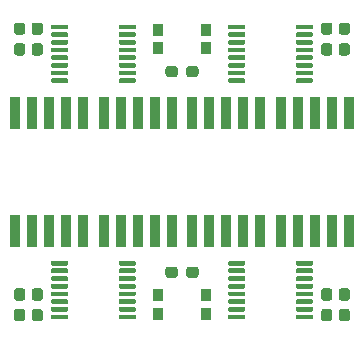
<source format=gbr>
%TF.GenerationSoftware,KiCad,Pcbnew,(5.1.6)-1*%
%TF.CreationDate,2020-09-19T18:08:18+02:00*%
%TF.ProjectId,watch,77617463-682e-46b6-9963-61645f706362,rev?*%
%TF.SameCoordinates,Original*%
%TF.FileFunction,Paste,Top*%
%TF.FilePolarity,Positive*%
%FSLAX46Y46*%
G04 Gerber Fmt 4.6, Leading zero omitted, Abs format (unit mm)*
G04 Created by KiCad (PCBNEW (5.1.6)-1) date 2020-09-19 18:08:18*
%MOMM*%
%LPD*%
G01*
G04 APERTURE LIST*
%ADD10R,0.900000X2.800000*%
%ADD11R,0.900000X1.000000*%
G04 APERTURE END LIST*
%TO.C,R4*%
G36*
G01*
X133043812Y-51952611D02*
X133518812Y-51952611D01*
G75*
G02*
X133756312Y-52190111I0J-237500D01*
G01*
X133756312Y-52765111D01*
G75*
G02*
X133518812Y-53002611I-237500J0D01*
G01*
X133043812Y-53002611D01*
G75*
G02*
X132806312Y-52765111I0J237500D01*
G01*
X132806312Y-52190111D01*
G75*
G02*
X133043812Y-51952611I237500J0D01*
G01*
G37*
G36*
G01*
X133043812Y-50202611D02*
X133518812Y-50202611D01*
G75*
G02*
X133756312Y-50440111I0J-237500D01*
G01*
X133756312Y-51015111D01*
G75*
G02*
X133518812Y-51252611I-237500J0D01*
G01*
X133043812Y-51252611D01*
G75*
G02*
X132806312Y-51015111I0J237500D01*
G01*
X132806312Y-50440111D01*
G75*
G02*
X133043812Y-50202611I237500J0D01*
G01*
G37*
%TD*%
%TO.C,C5*%
G36*
G01*
X134543812Y-51952611D02*
X135018812Y-51952611D01*
G75*
G02*
X135256312Y-52190111I0J-237500D01*
G01*
X135256312Y-52765111D01*
G75*
G02*
X135018812Y-53002611I-237500J0D01*
G01*
X134543812Y-53002611D01*
G75*
G02*
X134306312Y-52765111I0J237500D01*
G01*
X134306312Y-52190111D01*
G75*
G02*
X134543812Y-51952611I237500J0D01*
G01*
G37*
G36*
G01*
X134543812Y-50202611D02*
X135018812Y-50202611D01*
G75*
G02*
X135256312Y-50440111I0J-237500D01*
G01*
X135256312Y-51015111D01*
G75*
G02*
X135018812Y-51252611I-237500J0D01*
G01*
X134543812Y-51252611D01*
G75*
G02*
X134306312Y-51015111I0J237500D01*
G01*
X134306312Y-50440111D01*
G75*
G02*
X134543812Y-50202611I237500J0D01*
G01*
G37*
%TD*%
D10*
%TO.C,U13*%
X155401312Y-57852611D03*
X156841312Y-57852611D03*
X158281312Y-57852611D03*
X159721312Y-57852611D03*
X161161312Y-57852611D03*
X161161312Y-67852611D03*
X159721312Y-67852611D03*
X158281312Y-67852611D03*
X156841312Y-67852611D03*
X155401312Y-67852611D03*
%TD*%
%TO.C,U12*%
G36*
G01*
X156656312Y-50677611D02*
X156656312Y-50477611D01*
G75*
G02*
X156756312Y-50377611I100000J0D01*
G01*
X158031312Y-50377611D01*
G75*
G02*
X158131312Y-50477611I0J-100000D01*
G01*
X158131312Y-50677611D01*
G75*
G02*
X158031312Y-50777611I-100000J0D01*
G01*
X156756312Y-50777611D01*
G75*
G02*
X156656312Y-50677611I0J100000D01*
G01*
G37*
G36*
G01*
X156656312Y-51327611D02*
X156656312Y-51127611D01*
G75*
G02*
X156756312Y-51027611I100000J0D01*
G01*
X158031312Y-51027611D01*
G75*
G02*
X158131312Y-51127611I0J-100000D01*
G01*
X158131312Y-51327611D01*
G75*
G02*
X158031312Y-51427611I-100000J0D01*
G01*
X156756312Y-51427611D01*
G75*
G02*
X156656312Y-51327611I0J100000D01*
G01*
G37*
G36*
G01*
X156656312Y-51977611D02*
X156656312Y-51777611D01*
G75*
G02*
X156756312Y-51677611I100000J0D01*
G01*
X158031312Y-51677611D01*
G75*
G02*
X158131312Y-51777611I0J-100000D01*
G01*
X158131312Y-51977611D01*
G75*
G02*
X158031312Y-52077611I-100000J0D01*
G01*
X156756312Y-52077611D01*
G75*
G02*
X156656312Y-51977611I0J100000D01*
G01*
G37*
G36*
G01*
X156656312Y-52627611D02*
X156656312Y-52427611D01*
G75*
G02*
X156756312Y-52327611I100000J0D01*
G01*
X158031312Y-52327611D01*
G75*
G02*
X158131312Y-52427611I0J-100000D01*
G01*
X158131312Y-52627611D01*
G75*
G02*
X158031312Y-52727611I-100000J0D01*
G01*
X156756312Y-52727611D01*
G75*
G02*
X156656312Y-52627611I0J100000D01*
G01*
G37*
G36*
G01*
X156656312Y-53277611D02*
X156656312Y-53077611D01*
G75*
G02*
X156756312Y-52977611I100000J0D01*
G01*
X158031312Y-52977611D01*
G75*
G02*
X158131312Y-53077611I0J-100000D01*
G01*
X158131312Y-53277611D01*
G75*
G02*
X158031312Y-53377611I-100000J0D01*
G01*
X156756312Y-53377611D01*
G75*
G02*
X156656312Y-53277611I0J100000D01*
G01*
G37*
G36*
G01*
X156656312Y-53927611D02*
X156656312Y-53727611D01*
G75*
G02*
X156756312Y-53627611I100000J0D01*
G01*
X158031312Y-53627611D01*
G75*
G02*
X158131312Y-53727611I0J-100000D01*
G01*
X158131312Y-53927611D01*
G75*
G02*
X158031312Y-54027611I-100000J0D01*
G01*
X156756312Y-54027611D01*
G75*
G02*
X156656312Y-53927611I0J100000D01*
G01*
G37*
G36*
G01*
X156656312Y-54577611D02*
X156656312Y-54377611D01*
G75*
G02*
X156756312Y-54277611I100000J0D01*
G01*
X158031312Y-54277611D01*
G75*
G02*
X158131312Y-54377611I0J-100000D01*
G01*
X158131312Y-54577611D01*
G75*
G02*
X158031312Y-54677611I-100000J0D01*
G01*
X156756312Y-54677611D01*
G75*
G02*
X156656312Y-54577611I0J100000D01*
G01*
G37*
G36*
G01*
X156656312Y-55227611D02*
X156656312Y-55027611D01*
G75*
G02*
X156756312Y-54927611I100000J0D01*
G01*
X158031312Y-54927611D01*
G75*
G02*
X158131312Y-55027611I0J-100000D01*
G01*
X158131312Y-55227611D01*
G75*
G02*
X158031312Y-55327611I-100000J0D01*
G01*
X156756312Y-55327611D01*
G75*
G02*
X156656312Y-55227611I0J100000D01*
G01*
G37*
G36*
G01*
X150931312Y-55227611D02*
X150931312Y-55027611D01*
G75*
G02*
X151031312Y-54927611I100000J0D01*
G01*
X152306312Y-54927611D01*
G75*
G02*
X152406312Y-55027611I0J-100000D01*
G01*
X152406312Y-55227611D01*
G75*
G02*
X152306312Y-55327611I-100000J0D01*
G01*
X151031312Y-55327611D01*
G75*
G02*
X150931312Y-55227611I0J100000D01*
G01*
G37*
G36*
G01*
X150931312Y-54577611D02*
X150931312Y-54377611D01*
G75*
G02*
X151031312Y-54277611I100000J0D01*
G01*
X152306312Y-54277611D01*
G75*
G02*
X152406312Y-54377611I0J-100000D01*
G01*
X152406312Y-54577611D01*
G75*
G02*
X152306312Y-54677611I-100000J0D01*
G01*
X151031312Y-54677611D01*
G75*
G02*
X150931312Y-54577611I0J100000D01*
G01*
G37*
G36*
G01*
X150931312Y-53927611D02*
X150931312Y-53727611D01*
G75*
G02*
X151031312Y-53627611I100000J0D01*
G01*
X152306312Y-53627611D01*
G75*
G02*
X152406312Y-53727611I0J-100000D01*
G01*
X152406312Y-53927611D01*
G75*
G02*
X152306312Y-54027611I-100000J0D01*
G01*
X151031312Y-54027611D01*
G75*
G02*
X150931312Y-53927611I0J100000D01*
G01*
G37*
G36*
G01*
X150931312Y-53277611D02*
X150931312Y-53077611D01*
G75*
G02*
X151031312Y-52977611I100000J0D01*
G01*
X152306312Y-52977611D01*
G75*
G02*
X152406312Y-53077611I0J-100000D01*
G01*
X152406312Y-53277611D01*
G75*
G02*
X152306312Y-53377611I-100000J0D01*
G01*
X151031312Y-53377611D01*
G75*
G02*
X150931312Y-53277611I0J100000D01*
G01*
G37*
G36*
G01*
X150931312Y-52627611D02*
X150931312Y-52427611D01*
G75*
G02*
X151031312Y-52327611I100000J0D01*
G01*
X152306312Y-52327611D01*
G75*
G02*
X152406312Y-52427611I0J-100000D01*
G01*
X152406312Y-52627611D01*
G75*
G02*
X152306312Y-52727611I-100000J0D01*
G01*
X151031312Y-52727611D01*
G75*
G02*
X150931312Y-52627611I0J100000D01*
G01*
G37*
G36*
G01*
X150931312Y-51977611D02*
X150931312Y-51777611D01*
G75*
G02*
X151031312Y-51677611I100000J0D01*
G01*
X152306312Y-51677611D01*
G75*
G02*
X152406312Y-51777611I0J-100000D01*
G01*
X152406312Y-51977611D01*
G75*
G02*
X152306312Y-52077611I-100000J0D01*
G01*
X151031312Y-52077611D01*
G75*
G02*
X150931312Y-51977611I0J100000D01*
G01*
G37*
G36*
G01*
X150931312Y-51327611D02*
X150931312Y-51127611D01*
G75*
G02*
X151031312Y-51027611I100000J0D01*
G01*
X152306312Y-51027611D01*
G75*
G02*
X152406312Y-51127611I0J-100000D01*
G01*
X152406312Y-51327611D01*
G75*
G02*
X152306312Y-51427611I-100000J0D01*
G01*
X151031312Y-51427611D01*
G75*
G02*
X150931312Y-51327611I0J100000D01*
G01*
G37*
G36*
G01*
X150931312Y-50677611D02*
X150931312Y-50477611D01*
G75*
G02*
X151031312Y-50377611I100000J0D01*
G01*
X152306312Y-50377611D01*
G75*
G02*
X152406312Y-50477611I0J-100000D01*
G01*
X152406312Y-50677611D01*
G75*
G02*
X152306312Y-50777611I-100000J0D01*
G01*
X151031312Y-50777611D01*
G75*
G02*
X150931312Y-50677611I0J100000D01*
G01*
G37*
%TD*%
%TO.C,U11*%
X147901312Y-57852611D03*
X149341312Y-57852611D03*
X150781312Y-57852611D03*
X152221312Y-57852611D03*
X153661312Y-57852611D03*
X153661312Y-67852611D03*
X152221312Y-67852611D03*
X150781312Y-67852611D03*
X149341312Y-67852611D03*
X147901312Y-67852611D03*
%TD*%
%TO.C,U10*%
G36*
G01*
X141656312Y-50677611D02*
X141656312Y-50477611D01*
G75*
G02*
X141756312Y-50377611I100000J0D01*
G01*
X143031312Y-50377611D01*
G75*
G02*
X143131312Y-50477611I0J-100000D01*
G01*
X143131312Y-50677611D01*
G75*
G02*
X143031312Y-50777611I-100000J0D01*
G01*
X141756312Y-50777611D01*
G75*
G02*
X141656312Y-50677611I0J100000D01*
G01*
G37*
G36*
G01*
X141656312Y-51327611D02*
X141656312Y-51127611D01*
G75*
G02*
X141756312Y-51027611I100000J0D01*
G01*
X143031312Y-51027611D01*
G75*
G02*
X143131312Y-51127611I0J-100000D01*
G01*
X143131312Y-51327611D01*
G75*
G02*
X143031312Y-51427611I-100000J0D01*
G01*
X141756312Y-51427611D01*
G75*
G02*
X141656312Y-51327611I0J100000D01*
G01*
G37*
G36*
G01*
X141656312Y-51977611D02*
X141656312Y-51777611D01*
G75*
G02*
X141756312Y-51677611I100000J0D01*
G01*
X143031312Y-51677611D01*
G75*
G02*
X143131312Y-51777611I0J-100000D01*
G01*
X143131312Y-51977611D01*
G75*
G02*
X143031312Y-52077611I-100000J0D01*
G01*
X141756312Y-52077611D01*
G75*
G02*
X141656312Y-51977611I0J100000D01*
G01*
G37*
G36*
G01*
X141656312Y-52627611D02*
X141656312Y-52427611D01*
G75*
G02*
X141756312Y-52327611I100000J0D01*
G01*
X143031312Y-52327611D01*
G75*
G02*
X143131312Y-52427611I0J-100000D01*
G01*
X143131312Y-52627611D01*
G75*
G02*
X143031312Y-52727611I-100000J0D01*
G01*
X141756312Y-52727611D01*
G75*
G02*
X141656312Y-52627611I0J100000D01*
G01*
G37*
G36*
G01*
X141656312Y-53277611D02*
X141656312Y-53077611D01*
G75*
G02*
X141756312Y-52977611I100000J0D01*
G01*
X143031312Y-52977611D01*
G75*
G02*
X143131312Y-53077611I0J-100000D01*
G01*
X143131312Y-53277611D01*
G75*
G02*
X143031312Y-53377611I-100000J0D01*
G01*
X141756312Y-53377611D01*
G75*
G02*
X141656312Y-53277611I0J100000D01*
G01*
G37*
G36*
G01*
X141656312Y-53927611D02*
X141656312Y-53727611D01*
G75*
G02*
X141756312Y-53627611I100000J0D01*
G01*
X143031312Y-53627611D01*
G75*
G02*
X143131312Y-53727611I0J-100000D01*
G01*
X143131312Y-53927611D01*
G75*
G02*
X143031312Y-54027611I-100000J0D01*
G01*
X141756312Y-54027611D01*
G75*
G02*
X141656312Y-53927611I0J100000D01*
G01*
G37*
G36*
G01*
X141656312Y-54577611D02*
X141656312Y-54377611D01*
G75*
G02*
X141756312Y-54277611I100000J0D01*
G01*
X143031312Y-54277611D01*
G75*
G02*
X143131312Y-54377611I0J-100000D01*
G01*
X143131312Y-54577611D01*
G75*
G02*
X143031312Y-54677611I-100000J0D01*
G01*
X141756312Y-54677611D01*
G75*
G02*
X141656312Y-54577611I0J100000D01*
G01*
G37*
G36*
G01*
X141656312Y-55227611D02*
X141656312Y-55027611D01*
G75*
G02*
X141756312Y-54927611I100000J0D01*
G01*
X143031312Y-54927611D01*
G75*
G02*
X143131312Y-55027611I0J-100000D01*
G01*
X143131312Y-55227611D01*
G75*
G02*
X143031312Y-55327611I-100000J0D01*
G01*
X141756312Y-55327611D01*
G75*
G02*
X141656312Y-55227611I0J100000D01*
G01*
G37*
G36*
G01*
X135931312Y-55227611D02*
X135931312Y-55027611D01*
G75*
G02*
X136031312Y-54927611I100000J0D01*
G01*
X137306312Y-54927611D01*
G75*
G02*
X137406312Y-55027611I0J-100000D01*
G01*
X137406312Y-55227611D01*
G75*
G02*
X137306312Y-55327611I-100000J0D01*
G01*
X136031312Y-55327611D01*
G75*
G02*
X135931312Y-55227611I0J100000D01*
G01*
G37*
G36*
G01*
X135931312Y-54577611D02*
X135931312Y-54377611D01*
G75*
G02*
X136031312Y-54277611I100000J0D01*
G01*
X137306312Y-54277611D01*
G75*
G02*
X137406312Y-54377611I0J-100000D01*
G01*
X137406312Y-54577611D01*
G75*
G02*
X137306312Y-54677611I-100000J0D01*
G01*
X136031312Y-54677611D01*
G75*
G02*
X135931312Y-54577611I0J100000D01*
G01*
G37*
G36*
G01*
X135931312Y-53927611D02*
X135931312Y-53727611D01*
G75*
G02*
X136031312Y-53627611I100000J0D01*
G01*
X137306312Y-53627611D01*
G75*
G02*
X137406312Y-53727611I0J-100000D01*
G01*
X137406312Y-53927611D01*
G75*
G02*
X137306312Y-54027611I-100000J0D01*
G01*
X136031312Y-54027611D01*
G75*
G02*
X135931312Y-53927611I0J100000D01*
G01*
G37*
G36*
G01*
X135931312Y-53277611D02*
X135931312Y-53077611D01*
G75*
G02*
X136031312Y-52977611I100000J0D01*
G01*
X137306312Y-52977611D01*
G75*
G02*
X137406312Y-53077611I0J-100000D01*
G01*
X137406312Y-53277611D01*
G75*
G02*
X137306312Y-53377611I-100000J0D01*
G01*
X136031312Y-53377611D01*
G75*
G02*
X135931312Y-53277611I0J100000D01*
G01*
G37*
G36*
G01*
X135931312Y-52627611D02*
X135931312Y-52427611D01*
G75*
G02*
X136031312Y-52327611I100000J0D01*
G01*
X137306312Y-52327611D01*
G75*
G02*
X137406312Y-52427611I0J-100000D01*
G01*
X137406312Y-52627611D01*
G75*
G02*
X137306312Y-52727611I-100000J0D01*
G01*
X136031312Y-52727611D01*
G75*
G02*
X135931312Y-52627611I0J100000D01*
G01*
G37*
G36*
G01*
X135931312Y-51977611D02*
X135931312Y-51777611D01*
G75*
G02*
X136031312Y-51677611I100000J0D01*
G01*
X137306312Y-51677611D01*
G75*
G02*
X137406312Y-51777611I0J-100000D01*
G01*
X137406312Y-51977611D01*
G75*
G02*
X137306312Y-52077611I-100000J0D01*
G01*
X136031312Y-52077611D01*
G75*
G02*
X135931312Y-51977611I0J100000D01*
G01*
G37*
G36*
G01*
X135931312Y-51327611D02*
X135931312Y-51127611D01*
G75*
G02*
X136031312Y-51027611I100000J0D01*
G01*
X137306312Y-51027611D01*
G75*
G02*
X137406312Y-51127611I0J-100000D01*
G01*
X137406312Y-51327611D01*
G75*
G02*
X137306312Y-51427611I-100000J0D01*
G01*
X136031312Y-51427611D01*
G75*
G02*
X135931312Y-51327611I0J100000D01*
G01*
G37*
G36*
G01*
X135931312Y-50677611D02*
X135931312Y-50477611D01*
G75*
G02*
X136031312Y-50377611I100000J0D01*
G01*
X137306312Y-50377611D01*
G75*
G02*
X137406312Y-50477611I0J-100000D01*
G01*
X137406312Y-50677611D01*
G75*
G02*
X137306312Y-50777611I-100000J0D01*
G01*
X136031312Y-50777611D01*
G75*
G02*
X135931312Y-50677611I0J100000D01*
G01*
G37*
%TD*%
%TO.C,U4*%
G36*
G01*
X137406312Y-75027611D02*
X137406312Y-75227611D01*
G75*
G02*
X137306312Y-75327611I-100000J0D01*
G01*
X136031312Y-75327611D01*
G75*
G02*
X135931312Y-75227611I0J100000D01*
G01*
X135931312Y-75027611D01*
G75*
G02*
X136031312Y-74927611I100000J0D01*
G01*
X137306312Y-74927611D01*
G75*
G02*
X137406312Y-75027611I0J-100000D01*
G01*
G37*
G36*
G01*
X137406312Y-74377611D02*
X137406312Y-74577611D01*
G75*
G02*
X137306312Y-74677611I-100000J0D01*
G01*
X136031312Y-74677611D01*
G75*
G02*
X135931312Y-74577611I0J100000D01*
G01*
X135931312Y-74377611D01*
G75*
G02*
X136031312Y-74277611I100000J0D01*
G01*
X137306312Y-74277611D01*
G75*
G02*
X137406312Y-74377611I0J-100000D01*
G01*
G37*
G36*
G01*
X137406312Y-73727611D02*
X137406312Y-73927611D01*
G75*
G02*
X137306312Y-74027611I-100000J0D01*
G01*
X136031312Y-74027611D01*
G75*
G02*
X135931312Y-73927611I0J100000D01*
G01*
X135931312Y-73727611D01*
G75*
G02*
X136031312Y-73627611I100000J0D01*
G01*
X137306312Y-73627611D01*
G75*
G02*
X137406312Y-73727611I0J-100000D01*
G01*
G37*
G36*
G01*
X137406312Y-73077611D02*
X137406312Y-73277611D01*
G75*
G02*
X137306312Y-73377611I-100000J0D01*
G01*
X136031312Y-73377611D01*
G75*
G02*
X135931312Y-73277611I0J100000D01*
G01*
X135931312Y-73077611D01*
G75*
G02*
X136031312Y-72977611I100000J0D01*
G01*
X137306312Y-72977611D01*
G75*
G02*
X137406312Y-73077611I0J-100000D01*
G01*
G37*
G36*
G01*
X137406312Y-72427611D02*
X137406312Y-72627611D01*
G75*
G02*
X137306312Y-72727611I-100000J0D01*
G01*
X136031312Y-72727611D01*
G75*
G02*
X135931312Y-72627611I0J100000D01*
G01*
X135931312Y-72427611D01*
G75*
G02*
X136031312Y-72327611I100000J0D01*
G01*
X137306312Y-72327611D01*
G75*
G02*
X137406312Y-72427611I0J-100000D01*
G01*
G37*
G36*
G01*
X137406312Y-71777611D02*
X137406312Y-71977611D01*
G75*
G02*
X137306312Y-72077611I-100000J0D01*
G01*
X136031312Y-72077611D01*
G75*
G02*
X135931312Y-71977611I0J100000D01*
G01*
X135931312Y-71777611D01*
G75*
G02*
X136031312Y-71677611I100000J0D01*
G01*
X137306312Y-71677611D01*
G75*
G02*
X137406312Y-71777611I0J-100000D01*
G01*
G37*
G36*
G01*
X137406312Y-71127611D02*
X137406312Y-71327611D01*
G75*
G02*
X137306312Y-71427611I-100000J0D01*
G01*
X136031312Y-71427611D01*
G75*
G02*
X135931312Y-71327611I0J100000D01*
G01*
X135931312Y-71127611D01*
G75*
G02*
X136031312Y-71027611I100000J0D01*
G01*
X137306312Y-71027611D01*
G75*
G02*
X137406312Y-71127611I0J-100000D01*
G01*
G37*
G36*
G01*
X137406312Y-70477611D02*
X137406312Y-70677611D01*
G75*
G02*
X137306312Y-70777611I-100000J0D01*
G01*
X136031312Y-70777611D01*
G75*
G02*
X135931312Y-70677611I0J100000D01*
G01*
X135931312Y-70477611D01*
G75*
G02*
X136031312Y-70377611I100000J0D01*
G01*
X137306312Y-70377611D01*
G75*
G02*
X137406312Y-70477611I0J-100000D01*
G01*
G37*
G36*
G01*
X143131312Y-70477611D02*
X143131312Y-70677611D01*
G75*
G02*
X143031312Y-70777611I-100000J0D01*
G01*
X141756312Y-70777611D01*
G75*
G02*
X141656312Y-70677611I0J100000D01*
G01*
X141656312Y-70477611D01*
G75*
G02*
X141756312Y-70377611I100000J0D01*
G01*
X143031312Y-70377611D01*
G75*
G02*
X143131312Y-70477611I0J-100000D01*
G01*
G37*
G36*
G01*
X143131312Y-71127611D02*
X143131312Y-71327611D01*
G75*
G02*
X143031312Y-71427611I-100000J0D01*
G01*
X141756312Y-71427611D01*
G75*
G02*
X141656312Y-71327611I0J100000D01*
G01*
X141656312Y-71127611D01*
G75*
G02*
X141756312Y-71027611I100000J0D01*
G01*
X143031312Y-71027611D01*
G75*
G02*
X143131312Y-71127611I0J-100000D01*
G01*
G37*
G36*
G01*
X143131312Y-71777611D02*
X143131312Y-71977611D01*
G75*
G02*
X143031312Y-72077611I-100000J0D01*
G01*
X141756312Y-72077611D01*
G75*
G02*
X141656312Y-71977611I0J100000D01*
G01*
X141656312Y-71777611D01*
G75*
G02*
X141756312Y-71677611I100000J0D01*
G01*
X143031312Y-71677611D01*
G75*
G02*
X143131312Y-71777611I0J-100000D01*
G01*
G37*
G36*
G01*
X143131312Y-72427611D02*
X143131312Y-72627611D01*
G75*
G02*
X143031312Y-72727611I-100000J0D01*
G01*
X141756312Y-72727611D01*
G75*
G02*
X141656312Y-72627611I0J100000D01*
G01*
X141656312Y-72427611D01*
G75*
G02*
X141756312Y-72327611I100000J0D01*
G01*
X143031312Y-72327611D01*
G75*
G02*
X143131312Y-72427611I0J-100000D01*
G01*
G37*
G36*
G01*
X143131312Y-73077611D02*
X143131312Y-73277611D01*
G75*
G02*
X143031312Y-73377611I-100000J0D01*
G01*
X141756312Y-73377611D01*
G75*
G02*
X141656312Y-73277611I0J100000D01*
G01*
X141656312Y-73077611D01*
G75*
G02*
X141756312Y-72977611I100000J0D01*
G01*
X143031312Y-72977611D01*
G75*
G02*
X143131312Y-73077611I0J-100000D01*
G01*
G37*
G36*
G01*
X143131312Y-73727611D02*
X143131312Y-73927611D01*
G75*
G02*
X143031312Y-74027611I-100000J0D01*
G01*
X141756312Y-74027611D01*
G75*
G02*
X141656312Y-73927611I0J100000D01*
G01*
X141656312Y-73727611D01*
G75*
G02*
X141756312Y-73627611I100000J0D01*
G01*
X143031312Y-73627611D01*
G75*
G02*
X143131312Y-73727611I0J-100000D01*
G01*
G37*
G36*
G01*
X143131312Y-74377611D02*
X143131312Y-74577611D01*
G75*
G02*
X143031312Y-74677611I-100000J0D01*
G01*
X141756312Y-74677611D01*
G75*
G02*
X141656312Y-74577611I0J100000D01*
G01*
X141656312Y-74377611D01*
G75*
G02*
X141756312Y-74277611I100000J0D01*
G01*
X143031312Y-74277611D01*
G75*
G02*
X143131312Y-74377611I0J-100000D01*
G01*
G37*
G36*
G01*
X143131312Y-75027611D02*
X143131312Y-75227611D01*
G75*
G02*
X143031312Y-75327611I-100000J0D01*
G01*
X141756312Y-75327611D01*
G75*
G02*
X141656312Y-75227611I0J100000D01*
G01*
X141656312Y-75027611D01*
G75*
G02*
X141756312Y-74927611I100000J0D01*
G01*
X143031312Y-74927611D01*
G75*
G02*
X143131312Y-75027611I0J-100000D01*
G01*
G37*
%TD*%
%TO.C,U3*%
G36*
G01*
X152406312Y-75027611D02*
X152406312Y-75227611D01*
G75*
G02*
X152306312Y-75327611I-100000J0D01*
G01*
X151031312Y-75327611D01*
G75*
G02*
X150931312Y-75227611I0J100000D01*
G01*
X150931312Y-75027611D01*
G75*
G02*
X151031312Y-74927611I100000J0D01*
G01*
X152306312Y-74927611D01*
G75*
G02*
X152406312Y-75027611I0J-100000D01*
G01*
G37*
G36*
G01*
X152406312Y-74377611D02*
X152406312Y-74577611D01*
G75*
G02*
X152306312Y-74677611I-100000J0D01*
G01*
X151031312Y-74677611D01*
G75*
G02*
X150931312Y-74577611I0J100000D01*
G01*
X150931312Y-74377611D01*
G75*
G02*
X151031312Y-74277611I100000J0D01*
G01*
X152306312Y-74277611D01*
G75*
G02*
X152406312Y-74377611I0J-100000D01*
G01*
G37*
G36*
G01*
X152406312Y-73727611D02*
X152406312Y-73927611D01*
G75*
G02*
X152306312Y-74027611I-100000J0D01*
G01*
X151031312Y-74027611D01*
G75*
G02*
X150931312Y-73927611I0J100000D01*
G01*
X150931312Y-73727611D01*
G75*
G02*
X151031312Y-73627611I100000J0D01*
G01*
X152306312Y-73627611D01*
G75*
G02*
X152406312Y-73727611I0J-100000D01*
G01*
G37*
G36*
G01*
X152406312Y-73077611D02*
X152406312Y-73277611D01*
G75*
G02*
X152306312Y-73377611I-100000J0D01*
G01*
X151031312Y-73377611D01*
G75*
G02*
X150931312Y-73277611I0J100000D01*
G01*
X150931312Y-73077611D01*
G75*
G02*
X151031312Y-72977611I100000J0D01*
G01*
X152306312Y-72977611D01*
G75*
G02*
X152406312Y-73077611I0J-100000D01*
G01*
G37*
G36*
G01*
X152406312Y-72427611D02*
X152406312Y-72627611D01*
G75*
G02*
X152306312Y-72727611I-100000J0D01*
G01*
X151031312Y-72727611D01*
G75*
G02*
X150931312Y-72627611I0J100000D01*
G01*
X150931312Y-72427611D01*
G75*
G02*
X151031312Y-72327611I100000J0D01*
G01*
X152306312Y-72327611D01*
G75*
G02*
X152406312Y-72427611I0J-100000D01*
G01*
G37*
G36*
G01*
X152406312Y-71777611D02*
X152406312Y-71977611D01*
G75*
G02*
X152306312Y-72077611I-100000J0D01*
G01*
X151031312Y-72077611D01*
G75*
G02*
X150931312Y-71977611I0J100000D01*
G01*
X150931312Y-71777611D01*
G75*
G02*
X151031312Y-71677611I100000J0D01*
G01*
X152306312Y-71677611D01*
G75*
G02*
X152406312Y-71777611I0J-100000D01*
G01*
G37*
G36*
G01*
X152406312Y-71127611D02*
X152406312Y-71327611D01*
G75*
G02*
X152306312Y-71427611I-100000J0D01*
G01*
X151031312Y-71427611D01*
G75*
G02*
X150931312Y-71327611I0J100000D01*
G01*
X150931312Y-71127611D01*
G75*
G02*
X151031312Y-71027611I100000J0D01*
G01*
X152306312Y-71027611D01*
G75*
G02*
X152406312Y-71127611I0J-100000D01*
G01*
G37*
G36*
G01*
X152406312Y-70477611D02*
X152406312Y-70677611D01*
G75*
G02*
X152306312Y-70777611I-100000J0D01*
G01*
X151031312Y-70777611D01*
G75*
G02*
X150931312Y-70677611I0J100000D01*
G01*
X150931312Y-70477611D01*
G75*
G02*
X151031312Y-70377611I100000J0D01*
G01*
X152306312Y-70377611D01*
G75*
G02*
X152406312Y-70477611I0J-100000D01*
G01*
G37*
G36*
G01*
X158131312Y-70477611D02*
X158131312Y-70677611D01*
G75*
G02*
X158031312Y-70777611I-100000J0D01*
G01*
X156756312Y-70777611D01*
G75*
G02*
X156656312Y-70677611I0J100000D01*
G01*
X156656312Y-70477611D01*
G75*
G02*
X156756312Y-70377611I100000J0D01*
G01*
X158031312Y-70377611D01*
G75*
G02*
X158131312Y-70477611I0J-100000D01*
G01*
G37*
G36*
G01*
X158131312Y-71127611D02*
X158131312Y-71327611D01*
G75*
G02*
X158031312Y-71427611I-100000J0D01*
G01*
X156756312Y-71427611D01*
G75*
G02*
X156656312Y-71327611I0J100000D01*
G01*
X156656312Y-71127611D01*
G75*
G02*
X156756312Y-71027611I100000J0D01*
G01*
X158031312Y-71027611D01*
G75*
G02*
X158131312Y-71127611I0J-100000D01*
G01*
G37*
G36*
G01*
X158131312Y-71777611D02*
X158131312Y-71977611D01*
G75*
G02*
X158031312Y-72077611I-100000J0D01*
G01*
X156756312Y-72077611D01*
G75*
G02*
X156656312Y-71977611I0J100000D01*
G01*
X156656312Y-71777611D01*
G75*
G02*
X156756312Y-71677611I100000J0D01*
G01*
X158031312Y-71677611D01*
G75*
G02*
X158131312Y-71777611I0J-100000D01*
G01*
G37*
G36*
G01*
X158131312Y-72427611D02*
X158131312Y-72627611D01*
G75*
G02*
X158031312Y-72727611I-100000J0D01*
G01*
X156756312Y-72727611D01*
G75*
G02*
X156656312Y-72627611I0J100000D01*
G01*
X156656312Y-72427611D01*
G75*
G02*
X156756312Y-72327611I100000J0D01*
G01*
X158031312Y-72327611D01*
G75*
G02*
X158131312Y-72427611I0J-100000D01*
G01*
G37*
G36*
G01*
X158131312Y-73077611D02*
X158131312Y-73277611D01*
G75*
G02*
X158031312Y-73377611I-100000J0D01*
G01*
X156756312Y-73377611D01*
G75*
G02*
X156656312Y-73277611I0J100000D01*
G01*
X156656312Y-73077611D01*
G75*
G02*
X156756312Y-72977611I100000J0D01*
G01*
X158031312Y-72977611D01*
G75*
G02*
X158131312Y-73077611I0J-100000D01*
G01*
G37*
G36*
G01*
X158131312Y-73727611D02*
X158131312Y-73927611D01*
G75*
G02*
X158031312Y-74027611I-100000J0D01*
G01*
X156756312Y-74027611D01*
G75*
G02*
X156656312Y-73927611I0J100000D01*
G01*
X156656312Y-73727611D01*
G75*
G02*
X156756312Y-73627611I100000J0D01*
G01*
X158031312Y-73627611D01*
G75*
G02*
X158131312Y-73727611I0J-100000D01*
G01*
G37*
G36*
G01*
X158131312Y-74377611D02*
X158131312Y-74577611D01*
G75*
G02*
X158031312Y-74677611I-100000J0D01*
G01*
X156756312Y-74677611D01*
G75*
G02*
X156656312Y-74577611I0J100000D01*
G01*
X156656312Y-74377611D01*
G75*
G02*
X156756312Y-74277611I100000J0D01*
G01*
X158031312Y-74277611D01*
G75*
G02*
X158131312Y-74377611I0J-100000D01*
G01*
G37*
G36*
G01*
X158131312Y-75027611D02*
X158131312Y-75227611D01*
G75*
G02*
X158031312Y-75327611I-100000J0D01*
G01*
X156756312Y-75327611D01*
G75*
G02*
X156656312Y-75227611I0J100000D01*
G01*
X156656312Y-75027611D01*
G75*
G02*
X156756312Y-74927611I100000J0D01*
G01*
X158031312Y-74927611D01*
G75*
G02*
X158131312Y-75027611I0J-100000D01*
G01*
G37*
%TD*%
%TO.C,U2*%
X140401312Y-57852611D03*
X141841312Y-57852611D03*
X143281312Y-57852611D03*
X144721312Y-57852611D03*
X146161312Y-57852611D03*
X146161312Y-67852611D03*
X144721312Y-67852611D03*
X143281312Y-67852611D03*
X141841312Y-67852611D03*
X140401312Y-67852611D03*
%TD*%
%TO.C,U1*%
X132901312Y-57852611D03*
X134341312Y-57852611D03*
X135781312Y-57852611D03*
X137221312Y-57852611D03*
X138661312Y-57852611D03*
X138661312Y-67852611D03*
X137221312Y-67852611D03*
X135781312Y-67852611D03*
X134341312Y-67852611D03*
X132901312Y-67852611D03*
%TD*%
D11*
%TO.C,SW2*%
X144981312Y-73302611D03*
X144981312Y-74902611D03*
X149081312Y-73302611D03*
X149081312Y-74902611D03*
%TD*%
%TO.C,SW1*%
X144981312Y-50802611D03*
X144981312Y-52402611D03*
X149081312Y-50802611D03*
X149081312Y-52402611D03*
%TD*%
%TO.C,R5*%
G36*
G01*
X160543812Y-51952611D02*
X161018812Y-51952611D01*
G75*
G02*
X161256312Y-52190111I0J-237500D01*
G01*
X161256312Y-52765111D01*
G75*
G02*
X161018812Y-53002611I-237500J0D01*
G01*
X160543812Y-53002611D01*
G75*
G02*
X160306312Y-52765111I0J237500D01*
G01*
X160306312Y-52190111D01*
G75*
G02*
X160543812Y-51952611I237500J0D01*
G01*
G37*
G36*
G01*
X160543812Y-50202611D02*
X161018812Y-50202611D01*
G75*
G02*
X161256312Y-50440111I0J-237500D01*
G01*
X161256312Y-51015111D01*
G75*
G02*
X161018812Y-51252611I-237500J0D01*
G01*
X160543812Y-51252611D01*
G75*
G02*
X160306312Y-51015111I0J237500D01*
G01*
X160306312Y-50440111D01*
G75*
G02*
X160543812Y-50202611I237500J0D01*
G01*
G37*
%TD*%
%TO.C,R2*%
G36*
G01*
X161018812Y-73752611D02*
X160543812Y-73752611D01*
G75*
G02*
X160306312Y-73515111I0J237500D01*
G01*
X160306312Y-72940111D01*
G75*
G02*
X160543812Y-72702611I237500J0D01*
G01*
X161018812Y-72702611D01*
G75*
G02*
X161256312Y-72940111I0J-237500D01*
G01*
X161256312Y-73515111D01*
G75*
G02*
X161018812Y-73752611I-237500J0D01*
G01*
G37*
G36*
G01*
X161018812Y-75502611D02*
X160543812Y-75502611D01*
G75*
G02*
X160306312Y-75265111I0J237500D01*
G01*
X160306312Y-74690111D01*
G75*
G02*
X160543812Y-74452611I237500J0D01*
G01*
X161018812Y-74452611D01*
G75*
G02*
X161256312Y-74690111I0J-237500D01*
G01*
X161256312Y-75265111D01*
G75*
G02*
X161018812Y-75502611I-237500J0D01*
G01*
G37*
%TD*%
%TO.C,R1*%
G36*
G01*
X133518812Y-73752611D02*
X133043812Y-73752611D01*
G75*
G02*
X132806312Y-73515111I0J237500D01*
G01*
X132806312Y-72940111D01*
G75*
G02*
X133043812Y-72702611I237500J0D01*
G01*
X133518812Y-72702611D01*
G75*
G02*
X133756312Y-72940111I0J-237500D01*
G01*
X133756312Y-73515111D01*
G75*
G02*
X133518812Y-73752611I-237500J0D01*
G01*
G37*
G36*
G01*
X133518812Y-75502611D02*
X133043812Y-75502611D01*
G75*
G02*
X132806312Y-75265111I0J237500D01*
G01*
X132806312Y-74690111D01*
G75*
G02*
X133043812Y-74452611I237500J0D01*
G01*
X133518812Y-74452611D01*
G75*
G02*
X133756312Y-74690111I0J-237500D01*
G01*
X133756312Y-75265111D01*
G75*
G02*
X133518812Y-75502611I-237500J0D01*
G01*
G37*
%TD*%
%TO.C,C16*%
G36*
G01*
X159043812Y-51952611D02*
X159518812Y-51952611D01*
G75*
G02*
X159756312Y-52190111I0J-237500D01*
G01*
X159756312Y-52765111D01*
G75*
G02*
X159518812Y-53002611I-237500J0D01*
G01*
X159043812Y-53002611D01*
G75*
G02*
X158806312Y-52765111I0J237500D01*
G01*
X158806312Y-52190111D01*
G75*
G02*
X159043812Y-51952611I237500J0D01*
G01*
G37*
G36*
G01*
X159043812Y-50202611D02*
X159518812Y-50202611D01*
G75*
G02*
X159756312Y-50440111I0J-237500D01*
G01*
X159756312Y-51015111D01*
G75*
G02*
X159518812Y-51252611I-237500J0D01*
G01*
X159043812Y-51252611D01*
G75*
G02*
X158806312Y-51015111I0J237500D01*
G01*
X158806312Y-50440111D01*
G75*
G02*
X159043812Y-50202611I237500J0D01*
G01*
G37*
%TD*%
%TO.C,C12*%
G36*
G01*
X146681312Y-71115111D02*
X146681312Y-71590111D01*
G75*
G02*
X146443812Y-71827611I-237500J0D01*
G01*
X145868812Y-71827611D01*
G75*
G02*
X145631312Y-71590111I0J237500D01*
G01*
X145631312Y-71115111D01*
G75*
G02*
X145868812Y-70877611I237500J0D01*
G01*
X146443812Y-70877611D01*
G75*
G02*
X146681312Y-71115111I0J-237500D01*
G01*
G37*
G36*
G01*
X148431312Y-71115111D02*
X148431312Y-71590111D01*
G75*
G02*
X148193812Y-71827611I-237500J0D01*
G01*
X147618812Y-71827611D01*
G75*
G02*
X147381312Y-71590111I0J237500D01*
G01*
X147381312Y-71115111D01*
G75*
G02*
X147618812Y-70877611I237500J0D01*
G01*
X148193812Y-70877611D01*
G75*
G02*
X148431312Y-71115111I0J-237500D01*
G01*
G37*
%TD*%
%TO.C,C11*%
G36*
G01*
X148431312Y-54115111D02*
X148431312Y-54590111D01*
G75*
G02*
X148193812Y-54827611I-237500J0D01*
G01*
X147618812Y-54827611D01*
G75*
G02*
X147381312Y-54590111I0J237500D01*
G01*
X147381312Y-54115111D01*
G75*
G02*
X147618812Y-53877611I237500J0D01*
G01*
X148193812Y-53877611D01*
G75*
G02*
X148431312Y-54115111I0J-237500D01*
G01*
G37*
G36*
G01*
X146681312Y-54115111D02*
X146681312Y-54590111D01*
G75*
G02*
X146443812Y-54827611I-237500J0D01*
G01*
X145868812Y-54827611D01*
G75*
G02*
X145631312Y-54590111I0J237500D01*
G01*
X145631312Y-54115111D01*
G75*
G02*
X145868812Y-53877611I237500J0D01*
G01*
X146443812Y-53877611D01*
G75*
G02*
X146681312Y-54115111I0J-237500D01*
G01*
G37*
%TD*%
%TO.C,C2*%
G36*
G01*
X135018812Y-73752611D02*
X134543812Y-73752611D01*
G75*
G02*
X134306312Y-73515111I0J237500D01*
G01*
X134306312Y-72940111D01*
G75*
G02*
X134543812Y-72702611I237500J0D01*
G01*
X135018812Y-72702611D01*
G75*
G02*
X135256312Y-72940111I0J-237500D01*
G01*
X135256312Y-73515111D01*
G75*
G02*
X135018812Y-73752611I-237500J0D01*
G01*
G37*
G36*
G01*
X135018812Y-75502611D02*
X134543812Y-75502611D01*
G75*
G02*
X134306312Y-75265111I0J237500D01*
G01*
X134306312Y-74690111D01*
G75*
G02*
X134543812Y-74452611I237500J0D01*
G01*
X135018812Y-74452611D01*
G75*
G02*
X135256312Y-74690111I0J-237500D01*
G01*
X135256312Y-75265111D01*
G75*
G02*
X135018812Y-75502611I-237500J0D01*
G01*
G37*
%TD*%
%TO.C,C1*%
G36*
G01*
X159518812Y-73752611D02*
X159043812Y-73752611D01*
G75*
G02*
X158806312Y-73515111I0J237500D01*
G01*
X158806312Y-72940111D01*
G75*
G02*
X159043812Y-72702611I237500J0D01*
G01*
X159518812Y-72702611D01*
G75*
G02*
X159756312Y-72940111I0J-237500D01*
G01*
X159756312Y-73515111D01*
G75*
G02*
X159518812Y-73752611I-237500J0D01*
G01*
G37*
G36*
G01*
X159518812Y-75502611D02*
X159043812Y-75502611D01*
G75*
G02*
X158806312Y-75265111I0J237500D01*
G01*
X158806312Y-74690111D01*
G75*
G02*
X159043812Y-74452611I237500J0D01*
G01*
X159518812Y-74452611D01*
G75*
G02*
X159756312Y-74690111I0J-237500D01*
G01*
X159756312Y-75265111D01*
G75*
G02*
X159518812Y-75502611I-237500J0D01*
G01*
G37*
%TD*%
M02*

</source>
